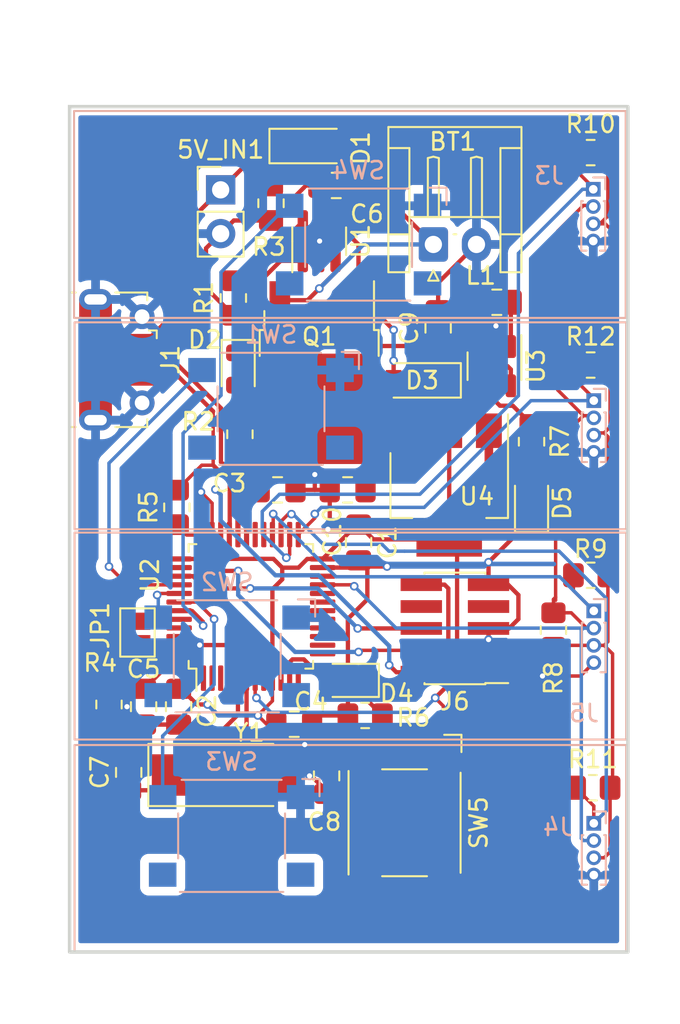
<source format=kicad_pcb>
(kicad_pcb (version 20210824) (generator pcbnew)
  (layers (0 "F.Cu" signal) (31 "B.Cu" signal) (34 "B.Paste" user) (35 "F.Paste" user) (36 "B.SilkS" user "B.Silkscreen") (37 "F.SilkS" user "F.Silkscreen") (38 "B.Mask" user) (39 "F.Mask" user) (44 "Edge.Cuts" user))
  (net 0 "")
  (net 1 "GND")
  (net 2 "Net-(C3-Pad1)")
  (net 3 "Net-(C9-Pad1)")
  (net 4 "+5V")
  (net 5 "Net-(D2-Pad1)")
  (net 6 "Net-(D2-Pad2)")
  (net 7 "Net-(D5-Pad2)")
  (net 8 "USB_D-")
  (net 9 "USB_D+")
  (net 10 "Net-(L1-Pad2)")
  (net 11 "Net-(R1-Pad1)")
  (net 12 "B1")
  (net 13 "B2")
  (net 14 "B3")
  (net 15 "B4")
  (net 16 "+3V3")
  (net 20 "Net-(C7-Pad1)")
  (net 21 "Net-(C8-Pad1)")
  (net 23 "Net-(D4-Pad2)")
  (net 33 "SCL")
  (net 35 "SDA1")
  (net 36 "SDA2")
  (net 37 "SDA3")
  (net 38 "SDA4")
  (net 42 "SWDIO")
  (net 43 "SWCLK")
  (net 45 "Net-(JP1-Pad1)")
  (net 49 "Net-(D4-Pad1)")
  (net 50 "SWO")
  (net 53 "NRST")
  (net 54 "Net-(5V_IN1-Pad1)")
  (net 56 "Net-(C6-Pad1)")
  (footprint "Package_TO_SOT_SMD:SOT-23-6" (layer "F.Cu") (at 155.5826 91.50625 -90)
    (fp_text reference "U3")
    (fp_text value "SGM6603-5.0YN6G_TR")
  )
  (footprint "Resistor_SMD:R_0805_2012Metric_Pad1.20x1.40mm_HandSolder" (layer "F.Cu") (at 137.16 99.695 90)
    (fp_text reference "R5")
    (fp_text value "1k5")
  )
  (footprint "Connector_PinHeader_1.27mm:PinHeader_2x05_P1.27mm_Vertical_SMD" (layer "F.Cu") (at 153.289 106.714511 180)
    (fp_text reference "J6")
    (fp_text value "JTAG/SWD")
  )
  (footprint "Jumper:SolderJumper-2_P1.3mm_Open_Pad1.0x1.5mm" (layer "F.Cu") (at 134.874 106.949 -90)
    (fp_text reference "JP1")
    (fp_text value "SolderJumper_2_Open")
  )
  (footprint "Resistor_SMD:R_0805_2012Metric_Pad1.20x1.40mm_HandSolder" (layer "F.Cu") (at 140.4366 87.5538 -90)
    (fp_text reference "R1")
    (fp_text value "2k")
  )
  (footprint "Capacitor_SMD:C_0805_2012Metric_Pad1.18x1.45mm_HandSolder" (layer "F.Cu") (at 143.002 98.679)
    (fp_text reference "C3")
    (fp_text value "4.7uF")
  )
  (footprint "Resistor_SMD:R_0805_2012Metric_Pad1.20x1.40mm_HandSolder" (layer "F.Cu") (at 161.163 91.44 180)
    (fp_text reference "R12")
    (fp_text value "4k7")
  )
  (footprint "Package_TO_SOT_SMD:TO-252-2" (layer "F.Cu") (at 145.415 91.88 -90)
    (fp_text reference "Q1")
    (fp_text value "SUD08P06-155L")
  )
  (footprint "Capacitor_SMD:C_0805_2012Metric" (layer "F.Cu") (at 155.7198 87.8002)
    (fp_text reference "L1")
    (fp_text value "4.7uH")
  )
  (footprint "Resistor_SMD:R_0805_2012Metric_Pad1.20x1.40mm_HandSolder" (layer "F.Cu") (at 133.223 111.125 -90)
    (fp_text reference "R4")
    (fp_text value "10k")
  )
  (footprint "Capacitor_SMD:C_0805_2012Metric_Pad1.18x1.45mm_HandSolder" (layer "F.Cu") (at 146.4056 81.026 180)
    (fp_text reference "C6")
    (fp_text value "4.7uF")
  )
  (footprint "Capacitor_SMD:C_0805_2012Metric_Pad1.18x1.45mm_HandSolder" (layer "F.Cu") (at 134.366 115.062 90)
    (fp_text reference "C7")
    (fp_text value "C")
  )
  (footprint "Resistor_SMD:R_0805_2012Metric_Pad1.20x1.40mm_HandSolder" (layer "F.Cu") (at 161.29 115.951 180)
    (fp_text reference "R11")
    (fp_text value "4k7")
  )
  (footprint "Capacitor_SMD:C_0805_2012Metric_Pad1.18x1.45mm_HandSolder" (layer "F.Cu") (at 147.701 101.727 -90)
    (fp_text reference "C1")
    (fp_text value "4u7")
  )
  (footprint "Button_Switch_SMD:SW_SPST_Omron_B3FS-101xP" (layer "F.Cu") (at 150.368 117.983 -90)
    (fp_text reference "SW5")
    (fp_text value "Butt")
  )
  (footprint "Package_QFP:LQFP-48_7x7mm_P0.5mm" (layer "F.Cu") (at 141.4526 105.4354 90)
    (fp_text reference "U2")
    (fp_text value "STM32F103C8Tx")
  )
  (footprint "Resistor_SMD:R_0805_2012Metric_Pad1.20x1.40mm_HandSolder" (layer "F.Cu") (at 159.004 106.807 90)
    (fp_text reference "R8")
    (fp_text value "4k7")
  )
  (footprint "Connector_PinHeader_2.54mm:PinHeader_1x02_P2.54mm_Vertical" (layer "F.Cu") (at 139.7 81.28)
    (fp_text reference "5V_IN1")
    (fp_text value "Conn_01x02_Female")
  )
  (footprint "Capacitor_SMD:C_0805_2012Metric_Pad1.18x1.45mm_HandSolder" (layer "F.Cu") (at 152.3162 89.2988 90)
    (fp_text reference "C9")
    (fp_text value "10uF")
  )
  (footprint "Capacitor_SMD:C_0805_2012Metric_Pad1.18x1.45mm_HandSolder" (layer "F.Cu") (at 137.2616 111.252 -90)
    (fp_text reference "C2")
    (fp_text value "100n")
  )
  (footprint "Resistor_SMD:R_0805_2012Metric_Pad1.20x1.40mm_HandSolder" (layer "F.Cu") (at 161.163 79.121 180)
    (fp_text reference "R10")
    (fp_text value "4k7")
  )
  (footprint "Connector_USB:USB_Micro-B_Molex-105017-0001" (layer "F.Cu") (at 133.6802 91.1352 -90)
    (fp_text reference "J1")
    (fp_text value "USB_B_Micro")
  )
  (footprint "Diode_SMD:D_SOD-123" (layer "F.Cu") (at 151.384 92.329 180)
    (fp_text reference "D3")
    (fp_text value "D_Schottky")
  )
  (footprint "LED_SMD:LED_0805_2012Metric" (layer "F.Cu") (at 157.734 99.441 90)
    (fp_text reference "D5")
    (fp_text value "PWR_LED")
  )
  (footprint "Resistor_SMD:R_0805_2012Metric_Pad1.20x1.40mm_HandSolder" (layer "F.Cu") (at 161.163 103.632 180)
    (fp_text reference "R9")
    (fp_text value "4k7")
  )
  (footprint "Capacitor_SMD:C_0805_2012Metric_Pad1.18x1.45mm_HandSolder" (layer "F.Cu") (at 135.2296 111.252 -90)
    (fp_text reference "C5")
    (fp_text value "100n")
  )
  (footprint "LED_SMD:LED_0805_2012Metric" (layer "F.Cu") (at 147.193 109.728 180)
    (fp_text reference "D4")
    (fp_text value "LED_BLUE")
  )
  (footprint "LED_SMD:LED_0805_2012Metric" (layer "F.Cu") (at 140.716 91.6686 -90)
    (fp_text reference "D2")
    (fp_text value "PWR_LED")
  )
  (footprint "Package_TO_SOT_SMD:SOT-23-5" (layer "F.Cu") (at 145.415 84.26 90)
    (fp_text reference "U1")
    (fp_text value "MCP73831-2-OT")
  )
  (footprint "Resistor_SMD:R_0805_2012Metric_Pad1.20x1.40mm_HandSolder" (layer "F.Cu") (at 148.082 111.76 180)
    (fp_text reference "R6")
    (fp_text value "1k5")
  )
  (footprint "Resistor_SMD:R_0805_2012Metric_Pad1.20x1.40mm_HandSolder" (layer "F.Cu") (at 157.734 95.885 -90)
    (fp_text reference "R7")
    (fp_text value "2k")
  )
  (footprint "Resistor_SMD:R_0805_2012Metric_Pad1.20x1.40mm_HandSolder" (layer "F.Cu") (at 142.621 82.058 -90)
    (fp_text reference "R3")
    (fp_text value "10k")
  )
  (footprint "Capacitor_SMD:C_0805_2012Metric_Pad1.18x1.45mm_HandSolder" (layer "F.Cu") (at 145.8468 115.2652 -90)
    (fp_text reference "C8")
    (fp_text value "C")
  )
  (footprint "Crystal:Crystal_SMD_5032-2Pin_5.0x3.2mm_HandSoldering" (layer "F.Cu") (at 140.0556 115.2144)
    (fp_text reference "Y1")
    (fp_text value "8MHz")
  )
  (footprint "Diode_SMD:D_SOD-123" (layer "F.Cu") (at 144.78 78.74)
    (fp_text reference "D1")
    (fp_text value "D_Schottky")
  )
  (footprint "Connector_JST:JST_EH_S2B-EH_1x02_P2.50mm_Horizontal" (layer "F.Cu") (at 152.039 84.4475)
    (fp_text reference "BT1")
    (fp_text value "Battery_Cell")
  )
  (footprint "Capacitor_SMD:C_0805_2012Metric_Pad1.18x1.45mm_HandSolder" (layer "F.Cu") (at 147.066 98.679 180)
    (fp_text reference "C10")
    (fp_text value "10uF")
  )
  (footprint "Package_TO_SOT_SMD:SOT-223-3_TabPin2" (layer "F.Cu") (at 152.9588 98.3996 -90)
    (fp_text reference "U4")
    (fp_text value "AMS1117-3.3")
  )
  (footprint "Capacitor_SMD:C_0805_2012Metric_Pad1.18x1.45mm_HandSolder" (layer "F.Cu") (at 143.9672 112.268)
    (fp_text reference "C4")
    (fp_text value "100n")
  )
  (footprint "Resistor_SMD:R_0805_2012Metric_Pad1.20x1.40mm_HandSolder" (layer "F.Cu") (at 140.8176 95.4532 -90)
    (fp_text reference "R2")
    (fp_text value "470")
  )
  (footprint "stuff:ssd1306_128x32_breakout" (layer "B.Cu") (at 163.225 113.475 180)
    (fp_text reference "J4")
    (fp_text value "SSD1306")
  )
  (footprint "Button_Switch_SMD:SW_SPST_Omron_B3FS-101xP" (layer "B.Cu") (at 140.335 118.745 180)
    (fp_text reference "SW3")
    (fp_text value "Butt")
  )
  (footprint "stuff:ssd1306_128x32_breakout" (layer "B.Cu") (at 163.195 76.708 180)
    (fp_text reference "J3")
    (fp_text value "SSD1306")
  )
  (footprint "stuff:ssd1306_128x32_breakout" (layer "B.Cu") (at 163.225 101.156 180)
    (fp_text reference "J5")
    (fp_text value "SSD1306")
  )
  (footprint "Button_Switch_SMD:SW_SPST_Omron_B3FS-101xP" (layer "B.Cu") (at 140.081 108.331 180)
    (fp_text reference "SW2")
    (fp_text value "Butt")
  )
  (footprint "Button_Switch_SMD:SW_SPST_Omron_B3FS-101xP" (layer "B.Cu") (at 147.701 84.455 180)
    (fp_text reference "SW4")
    (fp_text value "Butt")
  )
  (footprint "stuff:ssd1306_128x32_breakout" (layer "B.Cu") (at 163.225 88.964 180)
    (fp_text reference "J2")
    (fp_text value "SSD1306")
  )
  (footprint "Button_Switch_SMD:SW_SPST_Omron_B3FS-101xP" (layer "B.Cu") (at 142.621 93.98 180)
    (fp_text reference "SW1")
    (fp_text value "Butt")
  )
  (gr_rect (start 163.322 76.454) (end 130.937 125.476) (layer "Edge.Cuts") (width 0.2) (fill none))
  (segment (start 138.483187 107.67825) (end 137.29725 107.67825) (width 0.25) (layer "F.Cu") (net 1))
  (segment (start 138.85 86.9672) (end 140.4366 88.5538) (width 0.25) (layer "F.Cu") (net 1))
  (segment (start 148.0605 103.124) (end 147.701 102.7645) (width 0.25) (layer "F.Cu") (net 1))
  (segment (start 144.5768 113.45) (end 145.1825 112.8443) (width 0.25) (layer "F.Cu") (net 1))
  (segment (start 147.082 107.458) (end 147.07572 107.45172) (width 0.25) (layer "F.Cu") (net 1))
  (segment (start 145.161 98.679) (end 144.0395 98.679) (width 0.25) (layer "F.Cu") (net 1))
  (segment (start 155.239 107.984511) (end 155.239 107.36) (width 0.25) (layer "F.Cu") (net 1))
  (segment (start 137.29725 107.67825) (end 137.2901 107.6854) (width 0.25) (layer "F.Cu") (net 1))
  (segment (start 146.0285 100.8595) (end 145.923 100.965) (width 0.25) (layer "F.Cu") (net 1))
  (segment (start 152.3162 88.2613) (end 152.3162 86.6703) (width 0.25) (layer "F.Cu") (net 1))
  (segment (start 156.972 104.775) (end 156.972 106.172) (width 0.25) (layer "F.Cu") (net 1))
  (segment (start 142.621 83.058) (end 144.653 81.026) (width 0.25) (layer "F.Cu") (net 1))
  (segment (start 145.796 116.0995) (end 146.7345 116.0995) (width 0.25) (layer "F.Cu") (net 1))
  (segment (start 135.382 112.2895) (end 135.382 113.0085) (width 0.25) (layer "F.Cu") (net 1))
  (segment (start 156.972 106.172) (end 156.429489 106.714511) (width 0.25) (layer "F.Cu") (net 1))
  (segment (start 139.2026 101.2729) (end 139.2026 99.4516) (width 0.2) (layer "F.Cu") (net 1))
  (segment (start 140.462 83.058) (end 139.7 83.82) (width 0.25) (layer "F.Cu") (net 1))
  (segment (start 146.0285 98.679) (end 145.161 98.679) (width 0.25) (layer "F.Cu") (net 1))
  (segment (start 135.382 113.0085) (end 134.366 114.0245) (width 0.25) (layer "F.Cu") (net 1))
  (segment (start 141.35865 107.67825) (end 142.2026 108.5222) (width 0.25) (layer "F.Cu") (net 1))
  (segment (start 145.1825 111.76) (end 147.082 111.76) (width 0.25) (layer "F.Cu") (net 1))
  (segment (start 134.366 113.268) (end 133.223 112.125) (width 0.25) (layer "F.Cu") (net 1))
  (segment (start 155.5826 89.2582) (end 155.669 89.1718) (width 0.25) (layer "F.Cu") (net 1))
  (segment (start 144.653 81.026) (end 145.2665 81.026) (width 0.25) (layer "F.Cu") (net 1))
  (segment (start 156.371511 104.174511) (end 156.972 104.775) (width 0.25) (layer "F.Cu") (net 1))
  (segment (start 155.5826 90.36875) (end 155.5826 89.2582) (width 0.25) (layer "F.Cu") (net 1))
  (segment (start 135.2175 112.125) (end 135.382 112.2895) (width 0.25) (layer "F.Cu") (net 1))
  (segment (start 146.0285 98.679) (end 146.0285 100.8595) (width 0.25) (layer "F.Cu") (net 1))
  (segment (start 139.7 83.82) (end 138.85 84.67) (width 0.25) (layer "F.Cu") (net 1))
  (segment (start 146.7345 116.0995) (end 152.618 121.983) (width 0.25) (layer "F.Cu") (net 1))
  (segment (start 133.3914 112.125) (end 134.2644 111.252) (width 0.25) (layer "F.Cu") (net 1))
  (segment (start 147.07572 107.45172) (end 147.07572 106.16228) (width 0.25) (layer "F.Cu") (net 1))
  (segment (start 152.3162 86.6703) (end 154.539 84.4475) (width 0.25) (layer "F.Cu") (net 1))
  (segment (start 155.2588 97.9033) (end 157.734 100.3785) (width 0.5) (layer "F.Cu") (net 1))
  (segment (start 157.734 100.3785) (end 155.239 102.8735) (width 0.25) (layer "F.Cu") (net 1))
  (segment (start 134.366 114.0245) (end 134.366 113.268) (width 0.25) (layer "F.Cu") (net 1))
  (segment (start 147.2801 103.1854) (end 147.701 102.7645) (width 0.25) (layer "F.Cu") (net 1))
  (segment (start 142.2026 108.5222) (end 142.2026 109.5979) (width 0.25) (layer "F.Cu") (net 1))
  (segment (start 145.415 84.2772) (end 145.4404 84.2518) (width 0.25) (layer "F.Cu") (net 1))
  (segment (start 144.9617 115.2652) (end 145.796 116.0995) (width 0.25) (layer "F.Cu") (net 1))
  (segment (start 133.223 112.125) (end 135.2175 112.125) (width 0.25) (layer "F.Cu") (net 1))
  (segment (start 135.382 112.2895) (end 137.414 112.2895) (width 0.25) (layer "F.Cu") (net 1))
  (segment (start 155.239 104.174511) (end 156.371511 104.174511) (width 0.25) (layer "F.Cu") (net 1))
  (segment (start 147.082 111.76) (end 147.082 107.458) (width 0.25) (layer "F.Cu") (net 1))
  (segment (start 145.1825 112.8443) (end 145.1825 111.76) (width 0.25) (layer "F.Cu") (net 1))
  (segment (start 155.2588 95.2496) (end 155.2588 97.9033) (width 0.5) (layer "F.Cu") (net 1))
  (segment (start 138.85 84.67) (end 138.85 86.9672) (width 0.25) (layer "F.Cu") (net 1))
  (segment (start 145.2665 84.0779) (end 145.4404 84.2518) (width 0.25) (layer "F.Cu") (net 1))
  (segment (start 155.239 102.8735) (end 155.239 104.174511) (width 0.25) (layer "F.Cu") (net 1))
  (segment (start 156.429489 106.714511) (end 155.239 106.714511) (width 0.25) (layer "F.Cu") (net 1))
  (segment (start 145.2665 81.026) (end 145.2665 84.0779) (width 0.25) (layer "F.Cu") (net 1))
  (segment (start 142.621 83.058) (end 140.462 83.058) (width 0.25) (layer "F.Cu") (net 1))
  (segment (start 149.352 103.124) (end 148.0605 103.124) (width 0.25) (layer "F.Cu") (net 1))
  (segment (start 133.223 112.125) (end 133.3914 112.125) (width 0.25) (layer "F.Cu") (net 1))
  (segment (start 161.345 108.696) (end 160.567 109.474) (width 0.2) (layer "F.Cu") (net 1))
  (segment (start 155.239 107.36) (end 155.239 106.714511) (width 0.25) (layer "F.Cu") (net 1))
  (segment (start 147.07572 106.16228) (end 148.209 105.029) (width 0.25) (layer "F.Cu") (net 1))
  (segment (start 148.209 105.029) (end 148.209 103.2725) (width 0.25) (layer "F.Cu") (net 1))
  (segment (start 144.855102 115.2652) (end 144.9617 115.2652) (width 0.25) (layer "F.Cu") (net 1))
  (segment (start 145.415 85.3975) (end 145.415 84.2772) (width 0.25) (layer "F.Cu") (net 1))
  (segment (start 145.161 98.679) (end 145.161 97.79) (width 0.25) (layer "F.Cu") (net 1))
  (segment (start 160.567 109.474) (end 158.369 109.474) (width 0.2) (layer "F.Cu") (net 1))
  (segment (start 139.2026 99.4516) (end 138.557 98.806) (width 0.2) (layer "F.Cu") (net 1))
  (segment (start 145.6151 103.1854) (end 147.2801 103.1854) (width 0.25) (layer "F.Cu") (net 1))
  (segment (start 138.483187 107.67825) (end 141.35865 107.67825) (width 0.25) (layer "F.Cu") (net 1))
  (via (at 145.4404 84.2518) (size 0.5) (drill 0.3) (layers "F.Cu" "B.Cu") (net 1))
  (via (at 145.161 97.79) (size 0.5) (drill 0.3) (layers "F.Cu" "B.Cu") (net 1))
  (via (at 158.369 109.474) (size 0.5) (drill 0.3) (layers "F.Cu" "B.Cu") (net 1))
  (via (at 155.239 102.8735) (size 0.5) (drill 0.3) (layers "F.Cu" "B.Cu") (net 1))
  (via (at 145.923 100.965) (size 0.5) (drill 0.3) (layers "F.Cu" "B.Cu") (net 1))
  (via (at 138.557 98.806) (size 0.5) (drill 0.3) (layers "F.Cu" "B.Cu") (net 1))
  (via (at 144.855102 115.2652) (size 0.5) (drill 0.3) (layers "F.Cu" "B.Cu") (net 1))
  (via (at 155.669 89.1718) (size 0.5) (drill 0.3) (layers "F.Cu" "B.Cu") (net 1))
  (via (at 149.352 103.124) (size 0.5) (drill 0.3) (layers "F.Cu" "B.Cu") (net 1))
  (via (at 134.2644 111.252) (size 0.5) (drill 0.3) (layers "F.Cu" "B.Cu") (net 1))
  (via (at 138.483187 107.67825) (size 0.5) (drill 0.3) (layers "F.Cu" "B.Cu") (net 1))
  (via (at 155.239 107.36) (size 0.5) (drill 0.3) (layers "F.Cu" "B.Cu") (net 1))
  (via (at 144.5768 113.45) (size 0.5) (drill 0.3) (layers "F.Cu" "B.Cu") (net 1))
  (segment (start 136.834728 107.67825) (end 138.483187 107.67825) (width 0.25) (layer "B.Cu") (net 1))
  (segment (start 144.855102 113.728302) (end 144.5768 113.45) (width 0.25) (layer "B.Cu") (net 1))
  (segment (start 134.2644 111.252) (end 134.2644 110.248578) (width 0.25) (layer "B.Cu") (net 1))
  (segment (start 149.352 103.124) (end 154.9885 103.124) (width 0.25) (layer "B.Cu") (net 1))
  (segment (start 154.9885 103.124) (end 155.239 102.8735) (width 0.25) (layer "B.Cu") (net 1))
  (segment (start 144.855102 115.2652) (end 144.855102 113.728302) (width 0.25) (layer "B.Cu") (net 1))
  (segment (start 156.255 107.36) (end 155.239 107.36) (width 0.2) (layer "B.Cu") (net 1))
  (segment (start 134.2644 110.248578) (end 136.834728 107.67825) (width 0.25) (layer "B.Cu") (net 1))
  (segment (start 158.369 109.474) (end 156.255 107.36) (width 0.2) (layer "B.Cu") (net 1))
  (segment (start 146.43 78.74) (end 146.43 83.0575) (width 0.25) (layer "F.Cu") (net 2))
  (segment (start 149.733 91.186) (end 149.733 92.328) (width 0.25) (layer "F.Cu") (net 2))
  (segment (start 146.43 83.0575) (end 146.365 83.1225) (width 0.25) (layer "F.Cu") (net 2))
  (segment (start 147.695 86.227) (end 147.695 87.37) (width 0.25) (layer "F.Cu") (net 2))
  (segment (start 147.695 84.4525) (end 147.695 86.227) (width 0.25) (layer "F.Cu") (net 2))
  (segment (start 147.695 87.37) (end 149.733 89.408) (width 0.25) (layer "F.Cu") (net 2))
  (segment (start 141.9645 98.679) (end 141.9645 97.7271) (width 0.25) (layer "F.Cu") (net 2))
  (segment (start 147.695 87.68) (end 145.104289 90.270711) (width 0.25) (layer "F.Cu") (net 2))
  (segment (start 147.695 86.227) (end 147.695 87.68) (width 0.25) (layer "F.Cu") (net 2))
  (segment (start 149.733 92.328) (end 149.734 92.329) (width 0.25) (layer "F.Cu") (net 2))
  (segment (start 145.104289 90.270711) (end 142.113 90.270711) (width 0.25) (layer "F.Cu") (net 2))
  (segment (start 146.365 83.1225) (end 147.695 84.4525) (width 0.25) (layer "F.Cu") (net 2))
  (segment (start 141.9645 97.7271) (end 140.716 96.4786) (width 0.25) (layer "F.Cu") (net 2))
  (segment (start 146.43 78.74) (end 144.939 78.74) (width 0.25) (layer "F.Cu") (net 2))
  (segment (start 142.113 95.0816) (end 140.716 96.4786) (width 0.25) (layer "F.Cu") (net 2))
  (segment (start 144.939 78.74) (end 142.621 81.058) (width 0.25) (layer "F.Cu") (net 2))
  (segment (start 142.113 90.270711) (end 142.113 95.0816) (width 0.25) (layer "F.Cu") (net 2))
  (via (at 149.733 89.408) (size 0.5) (drill 0.3) (layers "F.Cu" "B.Cu") (net 2))
  (via (at 149.733 91.186) (size 0.5) (drill 0.3) (layers "F.Cu" "B.Cu") (net 2))
  (segment (start 149.733 89.408) (end 149.733 91.186) (width 0.25) (layer "B.Cu") (net 2))
  (segment (start 149.0587 90.3363) (end 152.3162 90.3363) (width 0.25) (layer "F.Cu") (net 3))
  (segment (start 152.3162 90.2538) (end 154.7698 87.8002) (width 0.25) (layer "F.Cu") (net 3))
  (segment (start 145.415 93.98) (end 149.0587 90.3363) (width 0.25) (layer "F.Cu") (net 3))
  (segment (start 154.6326 91.031249) (end 155.107601 91.50625) (width 0.25) (layer "F.Cu") (net 3))
  (segment (start 154.7698 87.8002) (end 154.7698 90.23155) (width 0.25) (layer "F.Cu") (net 3))
  (segment (start 154.6326 90.36875) (end 154.6326 91.031249) (width 0.25) (layer "F.Cu") (net 3))
  (segment (start 152.3162 90.3363) (end 152.3162 90.2538) (width 0.25) (layer "F.Cu") (net 3))
  (segment (start 156.5326 91.69425) (end 156.5326 92.64375) (width 0.25) (layer "F.Cu") (net 3))
  (segment (start 154.7698 90.23155) (end 154.6326 90.36875) (width 0.25) (layer "F.Cu") (net 3))
  (segment (start 156.3446 91.50625) (end 156.5326 91.69425) (width 0.25) (layer "F.Cu") (net 3))
  (segment (start 155.107601 91.50625) (end 156.3446 91.50625) (width 0.25) (layer "F.Cu") (net 3))
  (segment (start 155.5826 93.306249) (end 155.5826 92.64375) (width 0.25) (layer "F.Cu") (net 4))
  (segment (start 156.649089 93.800089) (end 155.903089 93.800089) (width 0.25) (layer "F.Cu") (net 4))
  (segment (start 151.545189 94.014189) (end 151.545189 93.817811) (width 0.25) (layer "F.Cu") (net 4))
  (segment (start 151.545189 94.014189) (end 151.782578 93.7768) (width 0.25) (layer "F.Cu") (net 4))
  (segment (start 155.5826 93.4796) (end 155.5826 92.64375) (width 0.25) (layer "F.Cu") (net 4))
  (segment (start 155.112049 93.7768) (end 155.5826 93.306249) (width 0.25) (layer "F.Cu") (net 4))
  (segment (start 150.6588 94.900578) (end 151.545189 94.014189) (width 0.25) (layer "F.Cu") (net 4))
  (segment (start 150.6588 95.2496) (end 150.6588 94.900578) (width 0.25) (layer "F.Cu") (net 4))
  (segment (start 157.734 94.885) (end 156.649089 93.800089) (width 0.25) (layer "F.Cu") (net 4))
  (segment (start 150.6588 95.2496) (end 150.6588 96.1237) (width 0.25) (layer "F.Cu") (net 4))
  (segment (start 155.903089 93.800089) (end 155.5826 93.4796) (width 0.25) (layer "F.Cu") (net 4))
  (segment (start 150.6588 96.1237) (end 148.1035 98.679) (width 0.25) (layer "F.Cu") (net 4))
  (segment (start 151.782578 93.7768) (end 155.112049 93.7768) (width 0.25) (layer "F.Cu") (net 4))
  (segment (start 151.545189 93.817811) (end 153.034 92.329) (width 0.25) (layer "F.Cu") (net 4))
  (segment (start 141.605 86.9696) (end 141.605 89.8421) (width 0.25) (layer "F.Cu") (net 5))
  (segment (start 141.605 89.8421) (end 140.716 90.7311) (width 0.25) (layer "F.Cu") (net 5))
  (segment (start 144.465 85.3975) (end 143.1771 85.3975) (width 0.25) (layer "F.Cu") (net 5))
  (segment (start 143.1771 85.3975) (end 141.605 86.9696) (width 0.25) (layer "F.Cu") (net 5))
  (segment (start 140.716 94.4786) (end 140.716 92.6061) (width 0.25) (layer "F.Cu") (net 6))
  (segment (start 157.734 98.5035) (end 157.734 96.885) (width 0.25) (layer "F.Cu") (net 7))
  (segment (start 139.71648 93.939924) (end 136.361756 90.5852) (width 0.25) (layer "F.Cu") (net 8))
  (segment (start 139.71648 97.063144) (end 139.71648 93.939924) (width 0.25) (layer "F.Cu") (net 8))
  (segment (start 140.677601 98.024265) (end 139.71648 97.063144) (width 0.25) (layer "F.Cu") (net 8))
  (segment (start 135.6177 90.4852) (end 135.1427 90.4852) (width 0.25) (layer "F.Cu") (net 8))
  (segment (start 135.7177 90.5852) (end 135.6177 90.4852) (width 0.25) (layer "F.Cu") (net 8))
  (segment (start 136.361756 90.5852) (end 135.7177 90.5852) (width 0.25) (layer "F.Cu") (net 8))
  (segment (start 140.7026 101.2729) (end 140.677601 101.247901) (width 0.25) (layer "F.Cu") (net 8))
  (segment (start 140.677601 101.247901) (end 140.677601 98.024265) (width 0.25) (layer "F.Cu") (net 8))
  (segment (start 140.227599 101.247901) (end 140.227599 98.210647) (width 0.25) (layer "F.Cu") (net 9))
  (segment (start 135.7177 91.0352) (end 135.6177 91.1352) (width 0.25) (layer "F.Cu") (net 9))
  (segment (start 139.266489 94.126333) (end 136.175356 91.0352) (width 0.25) (layer "F.Cu") (net 9))
  (segment (start 140.227599 98.210647) (end 139.266489 97.249537) (width 0.25) (layer "F.Cu") (net 9))
  (segment (start 137.16 98.695) (end 138.605463 97.249537) (width 0.2) (layer "F.Cu") (net 9))
  (segment (start 140.2026 101.2729) (end 140.227599 101.247901) (width 0.25) (layer "F.Cu") (net 9))
  (segment (start 135.6177 91.1352) (end 135.1427 91.1352) (width 0.25) (layer "F.Cu") (net 9))
  (segment (start 136.175356 91.0352) (end 135.7177 91.0352) (width 0.25) (layer "F.Cu") (net 9))
  (segment (start 138.605463 97.249537) (end 139.266489 97.249537) (width 0.2) (layer "F.Cu") (net 9))
  (segment (start 139.266489 97.249537) (end 139.266489 94.126333) (width 0.2) (layer "F.Cu") (net 9))
  (segment (start 156.5326 90.36875) (end 156.5326 87.9374) (width 0.25) (layer "F.Cu") (net 10))
  (segment (start 156.5326 87.9374) (end 156.6698 87.8002) (width 0.25) (layer "F.Cu") (net 10))
  (segment (start 141.0337 86.5538) (end 144.465 83.1225) (width 0.25) (layer "F.Cu") (net 11))
  (segment (start 140.4366 86.5538) (end 141.0337 86.5538) (width 0.25) (layer "F.Cu") (net 11))
  (segment (start 134.2844 104.1854) (end 137.2901 104.1854) (width 0.2) (layer "F.Cu") (net 12))
  (segment (start 133.223 103.124) (end 134.2844 104.1854) (width 0.2) (layer "F.Cu") (net 12))
  (via (at 133.223 103.124) (size 0.5) (drill 0.3) (layers "F.Cu" "B.Cu") (net 12))
  (segment (start 138.621 91.73) (end 133.223 97.128) (width 0.2) (layer "B.Cu") (net 12))
  (segment (start 133.223 97.128) (end 133.223 103.124) (width 0.2) (layer "B.Cu") (net 12))
  (segment (start 136.017 104.775) (end 136.1066 104.6854) (width 0.2) (layer "F.Cu") (net 13))
  (segment (start 136.1066 104.6854) (end 137.2901 104.6854) (width 0.2) (layer "F.Cu") (net 13))
  (via (at 136.017 104.775) (size 0.5) (drill 0.3) (layers "F.Cu" "B.Cu") (net 13))
  (segment (start 136.081 104.839) (end 136.017 104.775) (width 0.2) (layer "B.Cu") (net 13))
  (segment (start 136.081 106.081) (end 136.081 104.839) (width 0.2) (layer "B.Cu") (net 13))
  (segment (start 138.3324 105.1854) (end 139.319 106.172) (width 0.2) (layer "F.Cu") (net 14))
  (segment (start 137.2901 105.1854) (end 138.3324 105.1854) (width 0.2) (layer "F.Cu") (net 14))
  (via (at 139.319 106.172) (size 0.5) (drill 0.3) (layers "F.Cu" "B.Cu") (net 14))
  (segment (start 136.335 112.950873) (end 136.335 116.495) (width 0.2) (layer "B.Cu") (net 14))
  (segment (start 139.319 109.966873) (end 136.335 112.950873) (width 0.2) (layer "B.Cu") (net 14))
  (segment (start 139.319 106.172) (end 139.319 109.966873) (width 0.2) (layer "B.Cu") (net 14))
  (segment (start 138.684 106.31007) (end 138.05933 105.6854) (width 0.2) (layer "F.Cu") (net 15))
  (segment (start 138.684 106.553) (end 138.684 106.31007) (width 0.2) (layer "F.Cu") (net 15))
  (segment (start 138.05933 105.6854) (end 137.2901 105.6854) (width 0.2) (layer "F.Cu") (net 15))
  (via (at 138.684 106.553) (size 0.5) (drill 0.3) (layers "F.Cu" "B.Cu") (net 15))
  (segment (start 137.521489 95.396511) (end 137.521489 105.390489) (width 0.2) (layer "B.Cu") (net 15))
  (segment (start 139.720511 91.079511) (end 139.720511 86.058489) (width 0.2) (layer "B.Cu") (net 15))
  (segment (start 137.521489 105.390489) (end 138.684 106.553) (width 0.2) (layer "B.Cu") (net 15))
  (segment (start 139.720511 86.058489) (end 143.701 82.078) (width 0.2) (layer "B.Cu") (net 15))
  (segment (start 139.720511 91.079511) (end 139.720511 93.197489) (width 0.2) (layer "B.Cu") (net 15))
  (segment (start 139.720511 93.197489) (end 137.521489 95.396511) (width 0.2) (layer "B.Cu") (net 15))
  (segment (start 138.3245 111.125) (end 137.414 110.2145) (width 0.25) (layer "F.Cu") (net 16))
  (segment (start 135.382 110.0935) (end 135.382 110.2145) (width 0.25) (layer "F.Cu") (net 16))
  (segment (start 162.163 79.121) (end 162.163 82.7946) (width 0.2) (layer "F.Cu") (net 16))
  (segment (start 162.435519 108.185479) (end 162.435519 115.951) (width 0.2) (layer "F.Cu") (net 16))
  (segment (start 143.272029 103.869971) (end 142.7026 104.4394) (width 0.25) (layer "F.Cu") (net 16))
  (segment (start 152.9588 101.5496) (end 148.5611 101.5496) (width 0.25) (layer "F.Cu") (net 16))
  (segment (start 142.760007 102.678489) (end 143.272029 103.190511) (width 0.25) (layer "F.Cu") (net 16))
  (segment (start 137.7379 101.2729) (end 137.16 100.695) (width 0.25) (layer "F.Cu") (net 16))
  (segment (start 161.7096 83.248) (end 161.315 83.248) (width 0.2) (layer "F.Cu") (net 16))
  (segment (start 142.367 112.268) (end 141.859 111.76) (width 0.2) (layer "F.Cu") (net 16))
  (segment (start 162.29 95.03304) (end 161.94604 95.377) (width 0.2) (layer "F.Cu") (net 16))
  (segment (start 161.345 107.696) (end 159.115 107.696) (width 0.2) (layer "F.Cu") (net 16))
  (segment (start 135.4604 108.1854) (end 137.2901 108.1854) (width 0.25) (layer "F.Cu") (net 16))
  (segment (start 162.163 95.59396) (end 161.94604 95.377) (width 0.2) (layer "F.Cu") (net 16))
  (segment (start 139.127489 102.678489) (end 138.7026 102.2536) (width 0.25) (layer "F.Cu") (net 16))
  (segment (start 141.859 111.76) (end 142.7026 110.9164) (width 0.2) (layer "F.Cu") (net 16))
  (segment (start 159.004 107.807) (end 157.556489 109.254511) (width 0.2) (layer "F.Cu") (net 16))
  (segment (start 162.163 103.632) (end 162.163 95.59396) (width 0.2) (layer "F.Cu") (net 16))
  (segment (start 134.874 107.599) (end 135.4604 108.1854) (width 0.25) (layer "F.Cu") (net 16))
  (segment (start 142.7026 110.9164) (end 142.7026 109.5979) (width 0.2) (layer "F.Cu") (net 16))
  (segment (start 152.9588 95.2496) (end 152.9588 101.5496) (width 0.25) (layer "F.Cu") (net 16))
  (segment (start 161.315 83.248) (end 162.00904 83.248) (width 0.2) (layer "F.Cu") (net 16))
  (segment (start 162.00904 83.248) (end 162.29 83.52896) (width 0.2) (layer "F.Cu") (net 16))
  (segment (start 137.2616 110.2145) (end 135.2296 110.2145) (width 0.25) (layer "F.Cu") (net 16))
  (segment (start 161.94604 95.377) (end 161.345 95.377) (width 0.2) (layer "F.Cu") (net 16))
  (segment (start 157.556489 109.254511) (end 155.239 109.254511) (width 0.2) (layer "F.Cu") (net 16))
  (segment (start 161.94604 107.696) (end 162.435519 108.185479) (width 0.2) (layer "F.Cu") (net 16))
  (segment (start 162.163 82.7946) (end 161.7096 83.248) (width 0.2) (layer "F.Cu") (net 16))
  (segment (start 161.345 120.015) (end 161.94604 120.015) (width 0.2) (layer "F.Cu") (net 16))
  (segment (start 144.217289 103.190511) (end 144.7224 102.6854) (width 0.25) (layer "F.Cu") (net 16))
  (segment (start 155.239 109.254511) (end 154.409 109.254511) (width 0.25) (layer "F.Cu") (net 16))
  (segment (start 162.29 83.52896) (end 162.29 95.03304) (width 0.2) (layer "F.Cu") (net 16))
  (segment (start 144.7224 102.6854) (end 145.6151 102.6854) (width 0.25) (layer "F.Cu") (net 16))
  (segment (start 138.7026 101.2729) (end 137.7379 101.2729) (width 0.25) (layer "F.Cu") (net 16))
  (segment (start 154.409 109.254511) (end 153.416 108.261511) (width 0.25) (layer "F.Cu") (net 16))
  (segment (start 161.94604 120.015) (end 162.29 119.67104) (width 0.2) (layer "F.Cu") (net 16))
  (segment (start 162.163 103.632) (end 162.163 107.47904) (width 0.2) (layer "F.Cu") (net 16))
  (segment (start 138.938 111.125) (end 138.3245 111.125) (width 0.25) (layer "F.Cu") (net 16))
  (segment (start 155.239 109.254511) (end 154.339978 109.254511) (width 0.25) (layer "F.Cu") (net 16))
  (segment (start 153.416 108.261511) (end 153.416 102.0068) (width 0.25) (layer "F.Cu") (net 16))
  (segment (start 162.29 119.67104) (end 162.29 115.951) (width 0.2) (layer "F.Cu") (net 16))
  (segment (start 137.2901 108.1854) (end 135.382 110.0935) (width 0.25) (layer "F.Cu") (net 16))
  (segment (start 153.416 102.0068) (end 152.9588 101.5496) (width 0.25) (layer "F.Cu") (net 16))
  (segment (start 148.5611 101.5496) (end 147.701 100.6895) (width 0.25) (layer "F.Cu") (net 16))
  (segment (start 142.7026 109.5979) (end 142.7026 104.4394) (width 0.25) (layer "F.Cu") (net 16))
  (segment (start 143.272029 103.190511) (end 144.217289 103.190511) (width 0.25) (layer "F.Cu") (net 16))
  (segment (start 161.94604 107.696) (end 161.345 107.696) (width 0.2) (layer "F.Cu") (net 16))
  (segment (start 143.272029 103.190511) (end 143.272029 103.869971) (width 0.25) (layer "F.Cu") (net 16))
  (segment (start 142.9297 112.268) (end 142.367 112.268) (width 0.2) (layer "F.Cu") (net 16))
  (segment (start 138.7026 101.2729) (end 138.7026 102.2536) (width 0.25) (layer "F.Cu") (net 16))
  (segment (start 162.163 107.47904) (end 161.94604 107.696) (width 0.2) (layer "F.Cu") (net 16))
  (segment (start 138.0306 109.5979) (end 137.414 110.2145) (width 0.25) (layer "F.Cu") (net 16))
  (segment (start 138.7026 109.5979) (end 138.0306 109.5979) (width 0.25) (layer "F.Cu") (net 16))
  (segment (start 145.6151 102.6854) (end 147.611 100.6895) (width 0.25) (layer "F.Cu") (net 16))
  (segment (start 139.127489 102.678489) (end 142.760007 102.678489) (width 0.25) (layer "F.Cu") (net 16))
  (segment (start 159.115 107.696) (end 159.004 107.807) (width 0.2) (layer "F.Cu") (net 16))
  (segment (start 147.611 100.6895) (end 147.701 100.6895) (width 0.25) (layer "F.Cu") (net 16))
  (via (at 138.938 111.125) (size 0.5) (drill 0.3) (layers "F.Cu" "B.Cu") (net 16))
  (via (at 141.859 111.76) (size 0.5) (drill 0.3) (layers "F.Cu" "B.Cu") (net 16))
  (segment (start 139.573 111.76) (end 138.938 111.125) (width 0.25) (layer "B.Cu") (net 16))
  (segment (start 141.859 111.76) (end 139.573 111.76) (width 0.25) (layer "B.Cu") (net 16))
  (segment (start 140.7026 109.5979) (end 140.7026 111.7134) (width 0.25) (layer "F.Cu") (net 20))
  (segment (start 136.4689 116.0995) (end 137.4556 115.1128) (width 0.25) (layer "F.Cu") (net 20))
  (segment (start 140.7026 111.7134) (end 137.354 115.062) (width 0.25) (layer "F.Cu") (net 20))
  (segment (start 134.366 116.0995) (end 136.4689 116.0995) (width 0.25) (layer "F.Cu") (net 20))
  (segment (start 141.2026 113.7106) (end 141.2026 109.5979) (width 0.25) (layer "F.Cu") (net 21))
  (segment (start 142.554 115.062) (end 141.2026 113.7106) (width 0.25) (layer "F.Cu") (net 21))
  (segment (start 143.7439 114.0245) (end 142.6556 115.1128) (width 0.25) (layer "F.Cu") (net 21))
  (segment (start 145.796 114.0245) (end 143.7439 114.0245) (width 0.25) (layer "F.Cu") (net 21))
  (segment (start 144.526 108.5088) (end 145.7452 109.728) (width 0.25) (layer "F.Cu") (net 23))
  (segment (start 143.7026 108.6718) (end 143.8656 108.5088) (width 0.25) (layer "F.Cu") (net 23))
  (segment (start 143.8656 108.5088) (end 144.526 108.5088) (width 0.25) (layer "F.Cu") (net 23))
  (segment (start 143.7026 109.5979) (end 143.7026 108.6718) (width 0.25) (layer "F.Cu") (net 23))
  (segment (start 145.7452 109.728) (end 146.2555 109.728) (width 0.25) (layer "F.Cu") (net 23))
  (segment (start 159.004 105.807) (end 160.036 105.807) (width 0.2) (layer "F.Cu") (net 33))
  (segment (start 145.6151 104.1854) (end 147.3654 104.1854) (width 0.2) (layer "F.Cu") (net 33))
  (segment (start 160.74396 94.377) (end 159.258 92.89104) (width 0.2) (layer "F.Cu") (net 33))
  (segment (start 160.036 105.807) (end 160.925 106.696) (width 0.2) (layer "F.Cu") (net 33))
  (segment (start 159.004 105.029) (end 159.004 105.807) (width 0.2) (layer "F.Cu") (net 33))
  (segment (start 159.258 83.67096) (end 160.74396 82.185) (width 0.2) (layer "F.Cu") (net 33))
  (segment (start 159.258 92.89104) (end 159.258 83.67096) (width 0.2) (layer "F.Cu") (net 33))
  (segment (start 159.131 104.902) (end 159.004 105.029) (width 0.2) (layer "F.Cu") (net 33))
  (segment (start 159.131 95.98996) (end 160.74396 94.377) (width 0.2) (layer "F.Cu") (net 33))
  (segment (start 160.74396 94.377) (end 161.345 94.377) (width 0.2) (layer "F.Cu") (net 33))
  (segment (start 159.131 104.902) (end 159.131 95.98996) (width 0.2) (layer "F.Cu") (net 33))
  (segment (start 160.74396 82.185) (end 161.345 82.185) (width 0.2) (layer "F.Cu") (net 33))
  (segment (start 147.3654 104.1854) (end 147.447 104.267) (width 0.2) (layer "F.Cu") (net 33))
  (segment (start 159.131 105.08304) (end 159.131 104.902) (width 0.2) (layer "F.Cu") (net 33))
  (via (at 147.447 104.267) (size 0.5) (drill 0.3) (layers "F.Cu" "B.Cu") (net 33))
  (segment (start 161.345 106.696) (end 160.74396 106.696) (width 0.2) (layer "B.Cu") (net 33))
  (segment (start 160.74396 119.015) (end 161.345 119.015) (width 0.2) (layer "B.Cu") (net 33))
  (segment (start 160.74396 106.696) (end 160.620489 106.819471) (width 0.2) (layer "B.Cu") (net 33))
  (segment (start 149.876 106.696) (end 161.345 106.696) (width 0.2) (layer "B.Cu") (net 33))
  (segment (start 160.620489 118.891529) (end 160.74396 119.015) (width 0.2) (layer "B.Cu") (net 33))
  (segment (start 147.447 104.267) (end 149.876 106.696) (width 0.2) (layer "B.Cu") (net 33))
  (segment (start 160.620489 106.819471) (end 160.620489 118.891529) (width 0.2) (layer "B.Cu") (net 33))
  (segment (start 145.161 100.076) (end 145.161 100.3145) (width 0.2) (layer "F.Cu") (net 35))
  (segment (start 160.29 92.322) (end 161.345 93.377) (width 0.2) (layer "F.Cu") (net 35))
  (segment (start 160.29 91.186) (end 160.29 92.322) (width 0.2) (layer "F.Cu") (net 35))
  (segment (start 145.161 100.3145) (end 144.2026 101.2729) (width 0.2) (layer "F.Cu") (net 35))
  (via (at 145.161 100.076) (size 0.5) (drill 0.3) (layers "F.Cu" "B.Cu") (net 35))
  (segment (start 157.702 93.504) (end 161.345 93.504) (width 0.2) (layer "B.Cu") (net 35))
  (segment (start 145.542 99.695) (end 151.511 99.695) (width 0.2) (layer "B.Cu") (net 35))
  (segment (start 145.161 100.076) (end 145.542 99.695) (width 0.2) (layer "B.Cu") (net 35))
  (segment (start 151.511 99.695) (end 157.702 93.504) (width 0.2) (layer "B.Cu") (net 35))
  (segment (start 160.163 80.003) (end 161.345 81.185) (width 0.2) (layer "F.Cu") (net 36))
  (segment (start 143.7026 102.4234) (end 143.7026 101.2729) (width 0.2) (layer "F.Cu") (net 36))
  (segment (start 143.51 102.616) (end 143.7026 102.4234) (width 0.2) (layer "F.Cu") (net 36))
  (segment (start 160.163 79.121) (end 160.163 80.003) (width 0.2) (layer "F.Cu") (net 36))
  (via (at 143.51 102.616) (size 0.5) (drill 0.3) (layers "F.Cu" "B.Cu") (net 36))
  (segment (start 156.972 93.218) (end 151.257 98.933) (width 0.2) (layer "B.Cu") (net 36))
  (segment (start 142.113 101.219) (end 143.51 102.616) (width 0.2) (layer "B.Cu") (net 36))
  (segment (start 161.315 81.248) (end 160.69 81.248) (width 0.2) (layer "B.Cu") (net 36))
  (segment (start 143.383 98.933) (end 143.113873 98.933) (width 0.2) (layer "B.Cu") (net 36))
  (segment (start 143.113873 98.933) (end 142.113 99.933873) (width 0.2) (layer "B.Cu") (net 36))
  (segment (start 151.257 98.933) (end 143.383 98.933) (width 0.2) (layer "B.Cu") (net 36))
  (segment (start 156.972 84.966) (end 156.972 93.218) (width 0.2) (layer "B.Cu") (net 36))
  (segment (start 160.69 81.248) (end 156.972 84.966) (width 0.2) (layer "B.Cu") (net 36))
  (segment (start 142.113 99.933873) (end 142.113 101.219) (width 0.2) (layer "B.Cu") (net 36))
  (segment (start 143.805816 100.086382) (end 143.619888 100.086382) (width 0.2) (layer "F.Cu") (net 37))
  (segment (start 161.345 118.015) (end 161.345 117.006) (width 0.2) (layer "F.Cu") (net 37))
  (segment (start 143.2026 100.50367) (end 143.2026 101.2729) (width 0.2) (layer "F.Cu") (net 37))
  (segment (start 161.345 117.006) (end 160.29 115.951) (width 0.2) (layer "F.Cu") (net 37))
  (segment (start 143.619888 100.086382) (end 143.2026 100.50367) (width 0.2) (layer "F.Cu") (net 37))
  (via (at 143.805816 100.086382) (size 0.5) (drill 0.3) (layers "F.Cu" "B.Cu") (net 37))
  (segment (start 159.333022 102.235) (end 150.368 102.235) (width 0.2) (layer "B.Cu") (net 37))
  (segment (start 149.064417 101.836517) (end 145.651517 101.836517) (width 0.2) (layer "B.Cu") (net 37))
  (segment (start 161.345 118.015) (end 162.069511 117.290489) (width 0.2) (layer "B.Cu") (net 37))
  (segment (start 143.901382 100.086382) (end 143.805816 100.086382) (width 0.2) (layer "B.Cu") (net 37))
  (segment (start 145.651517 101.836517) (end 143.901382 100.086382) (width 0.2) (layer "B.Cu") (net 37))
  (segment (start 162.069511 117.290489) (end 162.069511 104.971489) (width 0.2) (layer "B.Cu") (net 37))
  (segment (start 162.069511 104.971489) (end 159.333022 102.235) (width 0.2) (layer "B.Cu") (net 37))
  (segment (start 149.4629 102.235) (end 149.064417 101.836517) (width 0.2) (layer "B.Cu") (net 37))
  (segment (start 150.368 102.235) (end 149.4629 102.235) (width 0.2) (layer "B.Cu") (net 37))
  (segment (start 160.163 104.514) (end 161.345 105.696) (width 0.2) (layer "F.Cu") (net 38))
  (segment (start 142.748 100.076) (end 142.748 101.2275) (width 0.2) (layer "F.Cu") (net 38))
  (segment (start 160.163 103.632) (end 160.163 104.514) (width 0.2) (layer "F.Cu") (net 38))
  (segment (start 142.748 101.2275) (end 142.7026 101.2729) (width 0.2) (layer "F.Cu") (net 38))
  (via (at 142.748 100.076) (size 0.5) (drill 0.3) (layers "F.Cu" "B.Cu") (net 38))
  (segment (start 161.345 105.696) (end 159.366489 103.717489) (width 0.2) (layer "B.Cu") (net 38))
  (segment (start 146.389489 103.717489) (end 142.748 100.076) (width 0.2) (layer "B.Cu") (net 38))
  (segment (start 159.366489 103.717489) (end 146.389489 103.717489) (width 0.2) (layer "B.Cu") (net 38))
  (segment (start 139.3952 98.6536) (end 139.7026 98.961) (width 0.25) (layer "F.Cu") (net 42))
  (segment (start 149.894511 109.254511) (end 149.479 108.839) (width 0.25) (layer "F.Cu") (net 42))
  (segment (start 139.7026 98.961) (end 139.7026 101.2729) (width 0.25) (layer "F.Cu") (net 42))
  (segment (start 151.339 109.254511) (end 149.894511 109.254511) (width 0.25) (layer "F.Cu") (net 42))
  (via (at 149.479 108.839) (size 0.5) (drill 0.3) (layers "F.Cu" "B.Cu") (net 42))
  (via (at 139.3952 98.6536) (size 0.5) (drill 0.3) (layers "F.Cu" "B.Cu") (net 42))
  (segment (start 139.7 99.187) (end 139.7 98.9584) (width 0.25) (layer "B.Cu") (net 42))
  (segment (start 149.479 107.730798) (end 145.380202 103.632) (width 0.25) (layer "B.Cu") (net 42))
  (segment (start 149.479 108.839) (end 149.479 107.730798) (width 0.25) (layer "B.Cu") (net 42))
  (segment (start 145.380202 103.632) (end 142.875 103.632) (width 0.25) (layer "B.Cu") (net 42))
  (segment (start 139.7 98.9584) (end 139.3952 98.6536) (width 0.25) (layer "B.Cu") (net 42))
  (segment (start 139.7 100.457) (end 139.7 99.187) (width 0.25) (layer "B.Cu") (net 42))
  (segment (start 142.875 103.632) (end 139.7 100.457) (width 0.25) (layer "B.Cu") (net 42))
  (segment (start 138.9262 103.378) (end 138.2336 102.6854) (width 0.25) (layer "F.Cu") (net 43))
  (segment (start 147.793489 107.984511) (end 147.701 108.077) (width 0.2) (layer "F.Cu") (net 43))
  (segment (start 151.339 107.984511) (end 147.793489 107.984511) (width 0.2) (layer "F.Cu") (net 43))
  (segment (start 140.716 103.378) (end 138.9262 103.378) (width 0.25) (layer "F.Cu") (net 43))
  (segment (start 138.2336 102.6854) (end 137.2901 102.6854) (width 0.25) (layer "F.Cu") (net 43))
  (via (at 140.716 103.378) (size 0.5) (drill 0.3) (layers "F.Cu" "B.Cu") (net 43))
  (via (at 147.701 108.077) (size 0.5) (drill 0.3) (layers "F.Cu" "B.Cu") (net 43))
  (segment (start 144.018 108.077) (end 147.701 108.077) (width 0.25) (layer "B.Cu") (net 43))
  (segment (start 140.716 104.775) (end 140.716 103.378) (width 0.25) (layer "B.Cu") (net 43))
  (segment (start 144.018 108.077) (end 140.716 104.775) (width 0.25) (layer "B.Cu") (net 43))
  (segment (start 133.223 110.125) (end 133.223 107.061) (width 0.25) (layer "F.Cu") (net 45))
  (segment (start 133.985 106.299) (end 134.874 106.299) (width 0.25) (layer "F.Cu") (net 45))
  (segment (start 137.2901 106.1854) (end 134.9876 106.1854) (width 0.25) (layer "F.Cu") (net 45))
  (segment (start 134.9876 106.1854) (end 134.874 106.299) (width 0.25) (layer "F.Cu") (net 45))
  (segment (start 133.223 107.061) (end 133.985 106.299) (width 0.25) (layer "F.Cu") (net 45))
  (segment (start 148.1305 109.728) (end 148.1305 110.8085) (width 0.25) (layer "F.Cu") (net 49))
  (segment (start 148.1305 110.8085) (end 149.082 111.76) (width 0.25) (layer "F.Cu") (net 49))
  (segment (start 147.650231 106.714511) (end 151.339 106.714511) (width 0.25) (layer "F.Cu") (net 50))
  (segment (start 138.1024 103.6854) (end 137.2901 103.6854) (width 0.25) (layer "F.Cu") (net 50))
  (segment (start 138.811 104.394) (end 138.1024 103.6854) (width 0.25) (layer "F.Cu") (net 50))
  (segment (start 141.4155 104.394) (end 138.811 104.394) (width 0.25) (layer "F.Cu") (net 50))
  (via (at 147.650231 106.714511) (size 0.5) (drill 0.3) (layers "F.Cu" "B.Cu") (net 50))
  (via (at 141.4155 104.394) (size 0.5) (drill 0.3) (layers "F.Cu" "B.Cu") (net 50))
  (segment (start 141.4155 104.394) (end 145.32972 104.394) (width 0.25) (layer "B.Cu") (net 50))
  (segment (start 145.32972 104.394) (end 147.650231 106.714511) (width 0.25) (layer "B.Cu") (net 50))
  (segment (start 152.146 110.744) (end 152.618 111.216) (width 0.2) (layer "F.Cu") (net 53))
  (segment (start 141.7026 110.6695) (end 141.7771 110.744) (width 0.2) (layer "F.Cu") (net 53))
  (segment (start 152.618 111.216) (end 152.618 113.983) (width 0.2) (layer "F.Cu") (net 53))
  (segment (start 151.339 104.174511) (end 152.688511 104.174511) (width 0.25) (layer "F.Cu") (net 53))
  (segment (start 141.7026 109.5979) (end 141.7026 110.6695) (width 0.2) (layer "F.Cu") (net 53))
  (segment (start 152.908 104.394) (end 152.908 109.982) (width 0.25) (layer "F.Cu") (net 53))
  (segment (start 152.908 109.982) (end 152.146 110.744) (width 0.25) (layer "F.Cu") (net 53))
  (segment (start 152.688511 104.174511) (end 152.908 104.394) (width 0.25) (layer "F.Cu") (net 53))
  (via (at 152.146 110.744) (size 0.5) (drill 0.3) (layers "F.Cu" "B.Cu") (net 53))
  (via (at 141.7771 110.744) (size 0.5) (drill 0.3) (layers "F.Cu" "B.Cu") (net 53))
  (segment (start 151.309489 111.580511) (end 152.146 110.744) (width 0.2) (layer "B.Cu") (net 53))
  (segment (start 141.7771 110.744) (end 142.613611 111.580511) (width 0.2) (layer "B.Cu") (net 53))
  (segment (start 142.613611 111.580511) (end 151.309489 111.580511) (width 0.2) (layer "B.Cu") (net 53))
  (segment (start 138.2268 87.2261) (end 138.2268 82.7532) (width 0.25) (layer "F.Cu") (net 54))
  (segment (start 135.1427 89.8352) (end 135.6177 89.8352) (width 0.25) (layer "F.Cu") (net 54))
  (segment (start 135.6177 89.8352) (end 138.2268 87.2261) (width 0.25) (layer "F.Cu") (net 54))
  (segment (start 142.24 78.74) (end 143.13 78.74) (width 0.25) (layer "F.Cu") (net 54))
  (segment (start 138.2268 82.7532) (end 139.7 81.28) (width 0.25) (layer "F.Cu") (net 54))
  (segment (start 139.7 81.28) (end 142.24 78.74) (width 0.25) (layer "F.Cu") (net 54))
  (segment (start 146.0575 86.3675) (end 145.4225 87.0025) (width 0.25) (layer "F.Cu") (net 56))
  (segment (start 148.6175 81.026) (end 152.039 84.4475) (width 0.25) (layer "F.Cu") (net 56))
  (segment (start 147.3415 81.026) (end 148.6175 81.026) (width 0.25) (layer "F.Cu") (net 56))
  (segment (start 146.365 86.059999) (end 146.0575 86.3675) (width 0.25) (layer "F.Cu") (net 56))
  (segment (start 144.744999 87.68) (end 143.135 87.68) (width 0.25) (layer "F.Cu") (net 56))
  (segment (start 146.0575 86.3675) (end 144.744999 87.68) (width 0.25) (layer "F.Cu") (net 56))
  (segment (start 146.365 85.3975) (end 146.365 86.059999) (width 0.25) (layer "F.Cu") (net 56))
  (via (at 145.4225 87.0025) (size 0.5) (drill 0.3) (layers "F.Cu" "B.Cu") (net 56))
  (segment (start 145.4225 87.0025) (end 147.9775 84.4475) (width 0.25) (layer "B.Cu") (net 56))
  (segment (start 147.9775 84.4475) (end 151.15 84.4475) (width 0.25) (layer "B.Cu") (net 56))
  (zone (net 1) (net_name "GND") (layer "B.Cu") (connect_pads (clearance 0.508)) (min_thickness 0.254) (fill yes (thermal_gap 0.508) (thermal_bridge_width 0.508))
    (polygon (pts (xy 166.37 128.651) (xy 129.667 129.667) (xy 130.048 74.676) (xy 164.719 74.549)))
  )
)
</source>
